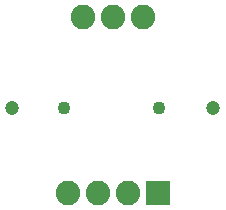
<source format=gbs>
G75*
%MOIN*%
%OFA0B0*%
%FSLAX25Y25*%
%IPPOS*%
%LPD*%
%AMOC8*
5,1,8,0,0,1.08239X$1,22.5*
%
%ADD10C,0.04737*%
%ADD11R,0.08200X0.08200*%
%ADD12C,0.08200*%
%ADD13C,0.04343*%
D10*
X0059642Y0043252D03*
X0126572Y0043252D03*
D11*
X0108068Y0014867D03*
D12*
X0098068Y0014867D03*
X0088068Y0014867D03*
X0078068Y0014867D03*
X0083068Y0073331D03*
X0093068Y0073331D03*
X0103068Y0073331D03*
D13*
X0108343Y0043213D03*
X0076847Y0043213D03*
M02*

</source>
